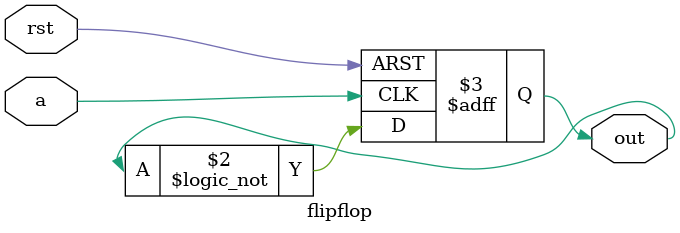
<source format=v>
`timescale 1 ns/ 1 ps
module flipflop(
	input 	   a,
	input 	   rst,
	output reg out
	);
	always @(negedge a, posedge rst) begin
		if(rst) out <= 1;
		else 	out <= !out;
	end
endmodule
</source>
